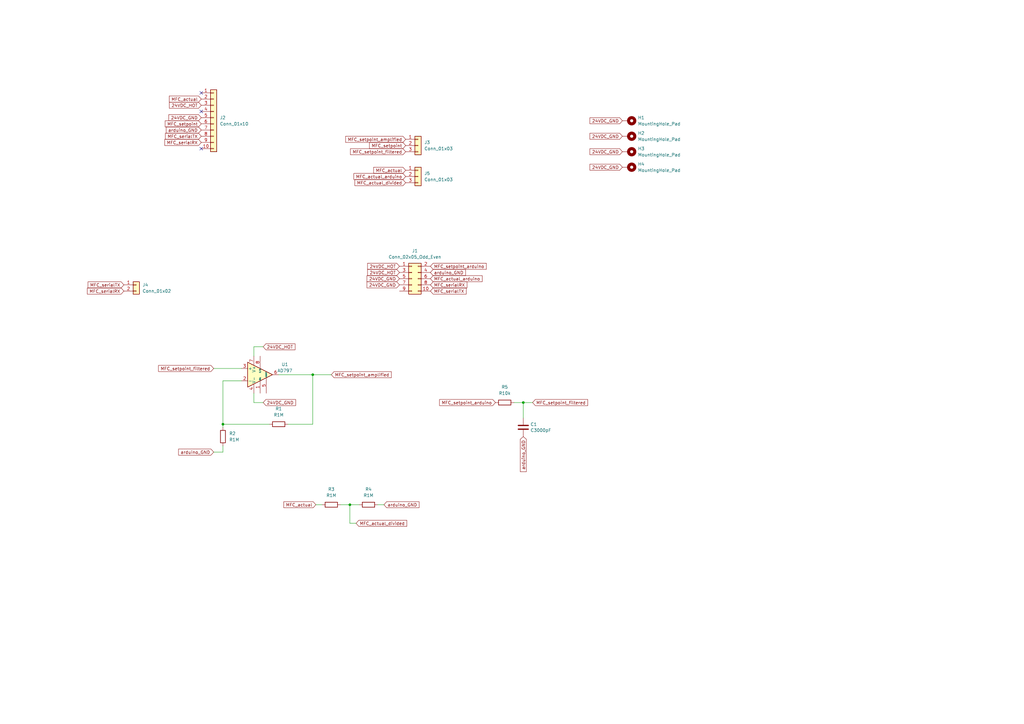
<source format=kicad_sch>
(kicad_sch (version 20230121) (generator eeschema)
  (paper "A3")
  (lib_symbols
    (symbol "Amplifier_Operational:AD797" (pin_names (offset 0.127))
      (property "Reference" "U" (at 1.27 6.35 0))
      (property "Value" "AD797" (at 1.27 3.81 0))
      (symbol "AD797_0_1"
        (polyline (pts (xy -5.08 5.08) (xy 5.08 0) (xy -5.08 -5.08) (xy -5.08 5.08)) (stroke (width 0.254)) (fill (type background)))
      )
      (symbol "AD797_1_1"
        (pin input line (at 0 -7.62 90) (length 5.08) (name "BAL") (number "1"))
        (pin input line (at -7.62 -2.54 0) (length 2.54) (name "-") (number "2"))
        (pin input line (at -7.62 2.54 0) (length 2.54) (name "+") (number "3"))
        (pin power_in line (at -2.54 -7.62 90) (length 3.81) (name "V-") (number "4"))
        (pin input line (at 2.54 -7.62 90) (length 6.35) (name "COMP") (number "5"))
        (pin output line (at 7.62 0 180) (length 2.54) (name "~") (number "6"))
        (pin power_in line (at -2.54 7.62 270) (length 3.81) (name "V+") (number "7"))
        (pin input line (at 0 7.62 270) (length 5.08) (name "C/B") (number "8"))
      )
    )
    (symbol "Connector_Generic:Conn_01x02" (pin_names (offset 1.016) hide)
      (property "Reference" "J" (at 0 2.54 0))
      (property "Value" "Conn_01x02" (at 0 -5.08 0))
      (symbol "Conn_01x02_1_1"
        (rectangle (start -1.27 -2.413) (end 0 -2.667) (stroke (width 0.1524)))
        (rectangle (start -1.27 0.127) (end 0 -0.127) (stroke (width 0.1524)))
        (rectangle (start -1.27 1.27) (end 1.27 -3.81) (stroke (width 0.254)) (fill (type background)))
        (pin passive line (at -5.08 0 0) (length 3.81) (name "Pin_1") (number "1"))
        (pin passive line (at -5.08 -2.54 0) (length 3.81) (name "Pin_2") (number "2"))
      )
    )
    (symbol "Connector_Generic:Conn_01x03" (pin_names (offset 1.016) hide)
      (property "Reference" "J" (at 0 5.08 0))
      (property "Value" "Conn_01x03" (at 0 -5.08 0))
      (symbol "Conn_01x03_1_1"
        (rectangle (start -1.27 -2.413) (end 0 -2.667) (stroke (width 0.1524)))
        (rectangle (start -1.27 0.127) (end 0 -0.127) (stroke (width 0.1524)))
        (rectangle (start -1.27 2.667) (end 0 2.413) (stroke (width 0.1524)))
        (rectangle (start -1.27 3.81) (end 1.27 -3.81) (stroke (width 0.254)) (fill (type background)))
        (pin passive line (at -5.08 2.54 0) (length 3.81) (name "Pin_1") (number "1"))
        (pin passive line (at -5.08 0 0) (length 3.81) (name "Pin_2") (number "2"))
        (pin passive line (at -5.08 -2.54 0) (length 3.81) (name "Pin_3") (number "3"))
      )
    )
    (symbol "Connector_Generic:Conn_01x10" (pin_names (offset 1.016) hide)
      (property "Reference" "J" (at 0 12.7 0))
      (property "Value" "Conn_01x10" (at 0 -15.24 0))
      (symbol "Conn_01x10_1_1"
        (rectangle (start -1.27 -12.573) (end 0 -12.827) (stroke (width 0.1524)))
        (rectangle (start -1.27 -10.033) (end 0 -10.287) (stroke (width 0.1524)))
        (rectangle (start -1.27 -7.493) (end 0 -7.747) (stroke (width 0.1524)))
        (rectangle (start -1.27 -4.953) (end 0 -5.207) (stroke (width 0.1524)))
        (rectangle (start -1.27 -2.413) (end 0 -2.667) (stroke (width 0.1524)))
        (rectangle (start -1.27 0.127) (end 0 -0.127) (stroke (width 0.1524)))
        (rectangle (start -1.27 2.667) (end 0 2.413) (stroke (width 0.1524)))
        (rectangle (start -1.27 5.207) (end 0 4.953) (stroke (width 0.1524)))
        (rectangle (start -1.27 7.747) (end 0 7.493) (stroke (width 0.1524)))
        (rectangle (start -1.27 10.287) (end 0 10.033) (stroke (width 0.1524)))
        (rectangle (start -1.27 11.43) (end 1.27 -13.97) (stroke (width 0.254)) (fill (type background)))
        (pin passive line (at -5.08 10.16 0) (length 3.81) (name "Pin_1") (number "1"))
        (pin passive line (at -5.08 -12.7 0) (length 3.81) (name "Pin_10") (number "10"))
        (pin passive line (at -5.08 7.62 0) (length 3.81) (name "Pin_2") (number "2"))
        (pin passive line (at -5.08 5.08 0) (length 3.81) (name "Pin_3") (number "3"))
        (pin passive line (at -5.08 2.54 0) (length 3.81) (name "Pin_4") (number "4"))
        (pin passive line (at -5.08 0 0) (length 3.81) (name "Pin_5") (number "5"))
        (pin passive line (at -5.08 -2.54 0) (length 3.81) (name "Pin_6") (number "6"))
        (pin passive line (at -5.08 -5.08 0) (length 3.81) (name "Pin_7") (number "7"))
        (pin passive line (at -5.08 -7.62 0) (length 3.81) (name "Pin_8") (number "8"))
        (pin passive line (at -5.08 -10.16 0) (length 3.81) (name "Pin_9") (number "9"))
      )
    )
    (symbol "Connector_Generic:Conn_02x05_Odd_Even" (pin_names (offset 1.016) hide)
      (property "Reference" "J" (at 1.27 7.62 0))
      (property "Value" "Conn_02x05_Odd_Even" (at 1.27 -7.62 0))
      (symbol "Conn_02x05_Odd_Even_1_1"
        (rectangle (start -1.27 -4.953) (end 0 -5.207) (stroke (width 0.1524)))
        (rectangle (start -1.27 -2.413) (end 0 -2.667) (stroke (width 0.1524)))
        (rectangle (start -1.27 0.127) (end 0 -0.127) (stroke (width 0.1524)))
        (rectangle (start -1.27 2.667) (end 0 2.413) (stroke (width 0.1524)))
        (rectangle (start -1.27 5.207) (end 0 4.953) (stroke (width 0.1524)))
        (rectangle (start -1.27 6.35) (end 3.81 -6.35) (stroke (width 0.254)) (fill (type background)))
        (rectangle (start 3.81 -4.953) (end 2.54 -5.207) (stroke (width 0.1524)))
        (rectangle (start 3.81 -2.413) (end 2.54 -2.667) (stroke (width 0.1524)))
        (rectangle (start 3.81 0.127) (end 2.54 -0.127) (stroke (width 0.1524)))
        (rectangle (start 3.81 2.667) (end 2.54 2.413) (stroke (width 0.1524)))
        (rectangle (start 3.81 5.207) (end 2.54 4.953) (stroke (width 0.1524)))
        (pin passive line (at -5.08 5.08 0) (length 3.81) (name "Pin_1") (number "1"))
        (pin passive line (at 7.62 -5.08 180) (length 3.81) (name "Pin_10") (number "10"))
        (pin passive line (at 7.62 5.08 180) (length 3.81) (name "Pin_2") (number "2"))
        (pin passive line (at -5.08 2.54 0) (length 3.81) (name "Pin_3") (number "3"))
        (pin passive line (at 7.62 2.54 180) (length 3.81) (name "Pin_4") (number "4"))
        (pin passive line (at -5.08 0 0) (length 3.81) (name "Pin_5") (number "5"))
        (pin passive line (at 7.62 0 180) (length 3.81) (name "Pin_6") (number "6"))
        (pin passive line (at -5.08 -2.54 0) (length 3.81) (name "Pin_7") (number "7"))
        (pin passive line (at 7.62 -2.54 180) (length 3.81) (name "Pin_8") (number "8"))
        (pin passive line (at -5.08 -5.08 0) (length 3.81) (name "Pin_9") (number "9"))
      )
    )
    (symbol "Device:C" (pin_numbers hide) (pin_names (offset 0.254))
      (property "Reference" "C" (at 0.635 2.54 0))
      (property "Value" "C" (at 0.635 -2.54 0))
      (symbol "C_0_1"
        (polyline (pts (xy -2.032 -0.762) (xy 2.032 -0.762)) (stroke (width 0.508)))
        (polyline (pts (xy -2.032 0.762) (xy 2.032 0.762)) (stroke (width 0.508)))
      )
      (symbol "C_1_1"
        (pin passive line (at 0 3.81 270) (length 2.794) (name "~") (number "1"))
        (pin passive line (at 0 -3.81 90) (length 2.794) (name "~") (number "2"))
      )
    )
    (symbol "Device:R" (pin_numbers hide) (pin_names (offset 0))
      (property "Reference" "R" (at 2.032 0 90))
      (property "Value" "R" (at 0 0 90))
      (symbol "R_0_1"
        (rectangle (start -1.016 -2.54) (end 1.016 2.54) (stroke (width 0.254)))
      )
      (symbol "R_1_1"
        (pin passive line (at 0 3.81 270) (length 1.27) (name "~") (number "1"))
        (pin passive line (at 0 -3.81 90) (length 1.27) (name "~") (number "2"))
      )
    )
    (symbol "Mechanical:MountingHole_Pad" (pin_numbers hide) (pin_names (offset 1.016) hide)
      (property "Reference" "H" (at 0 6.35 0))
      (property "Value" "MountingHole_Pad" (at 0 4.445 0))
      (symbol "MountingHole_Pad_0_1"
        (circle (center 0 1.27) (radius 1.27) (stroke (width 1.27)))
      )
      (symbol "MountingHole_Pad_1_1"
        (pin input line (at 0 -2.54 90) (length 2.54) (name "1") (number "1"))
      )
    )
  )
  (junction (at 128.27 153.67))
  (junction (at 91.44 173.99))
  (junction (at 143.51 207.01))
  (junction (at 214.63 165.1))
  (no_connect (at 82.55 60.96))
  (no_connect (at 82.55 45.72))
  (no_connect (at 82.55 38.1))
  (wire (pts (xy 154.94 207.01) (xy 157.48 207.01)))
  (wire (pts (xy 214.63 165.1) (xy 218.44 165.1)))
  (wire (pts (xy 91.44 173.99) (xy 91.44 156.21)))
  (wire (pts (xy 114.3 153.67) (xy 128.27 153.67)))
  (wire (pts (xy 87.63 185.42) (xy 91.44 185.42)))
  (wire (pts (xy 143.51 207.01) (xy 143.51 214.63)))
  (wire (pts (xy 91.44 173.99) (xy 91.44 175.26)))
  (wire (pts (xy 214.63 165.1) (xy 214.63 171.45)))
  (wire (pts (xy 104.14 161.29) (xy 104.14 165.1)))
  (wire (pts (xy 118.11 173.99) (xy 128.27 173.99)))
  (wire (pts (xy 143.51 207.01) (xy 147.32 207.01)))
  (wire (pts (xy 87.63 151.13) (xy 99.06 151.13)))
  (wire (pts (xy 210.82 165.1) (xy 214.63 165.1)))
  (wire (pts (xy 107.95 142.24) (xy 104.14 142.24)))
  (wire (pts (xy 91.44 182.88) (xy 91.44 185.42)))
  (wire (pts (xy 110.49 173.99) (xy 91.44 173.99)))
  (wire (pts (xy 129.54 207.01) (xy 132.08 207.01)))
  (wire (pts (xy 128.27 153.67) (xy 135.89 153.67)))
  (wire (pts (xy 91.44 156.21) (xy 99.06 156.21)))
  (wire (pts (xy 104.14 142.24) (xy 104.14 146.05)))
  (wire (pts (xy 104.14 165.1) (xy 107.95 165.1)))
  (wire (pts (xy 143.51 214.63) (xy 146.05 214.63)))
  (wire (pts (xy 128.27 153.67) (xy 128.27 173.99)))
  (wire (pts (xy 139.7 207.01) (xy 143.51 207.01)))
  (global_label "MFC_serialRX" (shape input) (at 176.53 116.84 0) (property "Intersheetrefs" "${INTERSHEET_REFS}" (effects hide)))
  (global_label "MFC_setpoint_arduino" (shape input) (at 176.53 109.22 0) (property "Intersheetrefs" "${INTERSHEET_REFS}" (effects hide)))
  (global_label "arduino_GND" (shape input) (at 82.55 53.34 180) (property "Intersheetrefs" "${INTERSHEET_REFS}" (effects hide)))
  (global_label "24VDC_GND" (shape input) (at 163.83 116.84 180) (property "Intersheetrefs" "${INTERSHEET_REFS}" (effects hide)))
  (global_label "MFC_actual_divided" (shape input) (at 146.05 214.63 0) (property "Intersheetrefs" "${INTERSHEET_REFS}" (effects hide)))
  (global_label "MFC_serialTX" (shape input) (at 176.53 119.38 0) (property "Intersheetrefs" "${INTERSHEET_REFS}" (effects hide)))
  (global_label "MFC_actual_arduino" (shape input) (at 166.37 72.39 180) (property "Intersheetrefs" "${INTERSHEET_REFS}" (effects hide)))
  (global_label "MFC_actual" (shape input) (at 166.37 69.85 180) (property "Intersheetrefs" "${INTERSHEET_REFS}" (effects hide)))
  (global_label "arduino_GND" (shape input) (at 176.53 111.76 0) (property "Intersheetrefs" "${INTERSHEET_REFS}" (effects hide)))
  (global_label "MFC_serialTX" (shape input) (at 50.8 116.84 180) (property "Intersheetrefs" "${INTERSHEET_REFS}" (effects hide)))
  (global_label "arduino_GND" (shape input) (at 214.63 179.07 270) (property "Intersheetrefs" "${INTERSHEET_REFS}" (effects hide)))
  (global_label "MFC_setpoint" (shape input) (at 82.55 50.8 180) (property "Intersheetrefs" "${INTERSHEET_REFS}" (effects hide)))
  (global_label "MFC_setpoint_filtered" (shape input) (at 166.37 62.23 180) (property "Intersheetrefs" "${INTERSHEET_REFS}" (effects hide)))
  (global_label "24VDC_GND" (shape input) (at 163.83 114.3 180) (property "Intersheetrefs" "${INTERSHEET_REFS}" (effects hide)))
  (global_label "24VDC_HOT" (shape input) (at 107.95 142.24 0) (property "Intersheetrefs" "${INTERSHEET_REFS}" (effects hide)))
  (global_label "MFC_setpoint_amplified" (shape input) (at 135.89 153.67 0) (property "Intersheetrefs" "${INTERSHEET_REFS}" (effects hide)))
  (global_label "24VDC_GND" (shape input) (at 107.95 165.1 0) (property "Intersheetrefs" "${INTERSHEET_REFS}" (effects hide)))
  (global_label "MFC_actual" (shape input) (at 129.54 207.01 180) (property "Intersheetrefs" "${INTERSHEET_REFS}" (effects hide)))
  (global_label "MFC_actual" (shape input) (at 82.55 40.64 180) (property "Intersheetrefs" "${INTERSHEET_REFS}" (effects hide)))
  (global_label "24VDC_HOT" (shape input) (at 82.55 43.18 180) (property "Intersheetrefs" "${INTERSHEET_REFS}" (effects hide)))
  (global_label "24VDC_GND" (shape input) (at 255.27 68.58 180) (property "Intersheetrefs" "${INTERSHEET_REFS}" (effects hide)))
  (global_label "MFC_serialRX" (shape input) (at 82.55 58.42 180) (property "Intersheetrefs" "${INTERSHEET_REFS}" (effects hide)))
  (global_label "MFC_serialRX" (shape input) (at 50.8 119.38 180) (property "Intersheetrefs" "${INTERSHEET_REFS}" (effects hide)))
  (global_label "24VDC_HOT" (shape input) (at 163.83 111.76 180) (property "Intersheetrefs" "${INTERSHEET_REFS}" (effects hide)))
  (global_label "arduino_GND" (shape input) (at 157.48 207.01 0) (property "Intersheetrefs" "${INTERSHEET_REFS}" (effects hide)))
  (global_label "24VDC_GND" (shape input) (at 255.27 62.23 180) (property "Intersheetrefs" "${INTERSHEET_REFS}" (effects hide)))
  (global_label "MFC_actual_arduino" (shape input) (at 176.53 114.3 0) (property "Intersheetrefs" "${INTERSHEET_REFS}" (effects hide)))
  (global_label "24VDC_HOT" (shape input) (at 163.83 109.22 180) (property "Intersheetrefs" "${INTERSHEET_REFS}" (effects hide)))
  (global_label "MFC_setpoint_amplified" (shape input) (at 166.37 57.15 180) (property "Intersheetrefs" "${INTERSHEET_REFS}" (effects hide)))
  (global_label "MFC_setpoint_filtered" (shape input) (at 87.63 151.13 180) (property "Intersheetrefs" "${INTERSHEET_REFS}" (effects hide)))
  (global_label "24VDC_GND" (shape input) (at 255.27 49.53 180) (property "Intersheetrefs" "${INTERSHEET_REFS}" (effects hide)))
  (global_label "MFC_setpoint_arduino" (shape input) (at 203.2 165.1 180) (property "Intersheetrefs" "${INTERSHEET_REFS}" (effects hide)))
  (global_label "MFC_setpoint_filtered" (shape input) (at 218.44 165.1 0) (property "Intersheetrefs" "${INTERSHEET_REFS}" (effects hide)))
  (global_label "MFC_actual_divided" (shape input) (at 166.37 74.93 180) (property "Intersheetrefs" "${INTERSHEET_REFS}" (effects hide)))
  (global_label "24VDC_GND" (shape input) (at 255.27 55.88 180) (property "Intersheetrefs" "${INTERSHEET_REFS}" (effects hide)))
  (global_label "MFC_serialTX" (shape input) (at 82.55 55.88 180) (property "Intersheetrefs" "${INTERSHEET_REFS}" (effects hide)))
  (global_label "arduino_GND" (shape input) (at 87.63 185.42 180) (property "Intersheetrefs" "${INTERSHEET_REFS}" (effects hide)))
  (global_label "24VDC_GND" (shape input) (at 82.55 48.26 180) (property "Intersheetrefs" "${INTERSHEET_REFS}" (effects hide)))
  (global_label "MFC_setpoint" (shape input) (at 166.37 59.69 180) (property "Intersheetrefs" "${INTERSHEET_REFS}" (effects hide)))
  (symbol (lib_id "Device:R") (at 151.13 207.01 90) (unit 1)
    (property "Reference" "R4" (at 151.13 200.66 90))
    (property "Value" "R1M" (at 151.13 203.2 90))
    (property "Footprint" "Resistor_SMD:R_2010_5025Metric_Pad1.40x2.65mm_HandSolder" (effects hide))
  )
  (symbol (lib_id "Amplifier_Operational:AD797") (at 106.68 153.67 0) (unit 1)
    (property "Reference" "U1" (at 116.84 149.4791 0))
    (property "Value" "AD797" (at 116.84 152.0191 0))
    (property "Footprint" "Package_DIP:DIP-8_W7.62mm" (effects hide))
    (property "Datasheet" "https://www.analog.com/media/en/technical-documentation/data-sheets/AD797.pdf" (effects hide))
  )
  (symbol (lib_id "Connector_Generic:Conn_01x10") (at 87.63 48.26 0) (unit 1)
    (property "Reference" "J2" (at 90.17 48.26 0) (effects (justify left)))
    (property "Value" "Conn_01x10" (at 90.17 50.8 0) (effects (justify left)))
    (property "Footprint" "customFootprints:multicomp_screwTerminal_10Way_MP008518" (effects hide))
  )
  (symbol (lib_id "Mechanical:MountingHole_Pad") (at 257.81 49.53 270) (unit 1)
    (property "Reference" "H1" (at 261.62 48.26 90) (effects (justify left)))
    (property "Value" "MountingHole_Pad" (at 261.62 50.8 90) (effects (justify left)))
    (property "Footprint" "MountingHole:MountingHole_3.2mm_M3_Pad_Via" (effects hide))
  )
  (symbol (lib_id "Device:R") (at 135.89 207.01 90) (unit 1)
    (property "Reference" "R3" (at 135.89 200.66 90))
    (property "Value" "R1M" (at 135.89 203.2 90))
    (property "Footprint" "Resistor_SMD:R_2010_5025Metric_Pad1.40x2.65mm_HandSolder" (effects hide))
  )
  (symbol (lib_id "Mechanical:MountingHole_Pad") (at 257.81 68.58 270) (unit 1)
    (property "Reference" "H4" (at 261.62 67.31 90) (effects (justify left)))
    (property "Value" "MountingHole_Pad" (at 261.62 69.85 90) (effects (justify left)))
    (property "Footprint" "MountingHole:MountingHole_3.2mm_M3_Pad_Via" (effects hide))
  )
  (symbol (lib_id "Connector_Generic:Conn_01x02") (at 55.88 116.84 0) (unit 1)
    (property "Reference" "J4" (at 58.42 116.84 0) (effects (justify left)))
    (property "Value" "Conn_01x02" (at 58.42 119.38 0) (effects (justify left)))
    (property "Footprint" "customFootprints:multicomp_screwTerminal_2Way_MP008513" (effects hide))
  )
  (symbol (lib_id "Mechanical:MountingHole_Pad") (at 257.81 55.88 270) (unit 1)
    (property "Reference" "H2" (at 261.62 54.61 90) (effects (justify left)))
    (property "Value" "MountingHole_Pad" (at 261.62 57.15 90) (effects (justify left)))
    (property "Footprint" "MountingHole:MountingHole_3.2mm_M3_Pad_Via" (effects hide))
  )
  (symbol (lib_id "Connector_Generic:Conn_02x05_Odd_Even") (at 168.91 114.3 0) (unit 1)
    (property "Reference" "J1" (at 170.18 102.87 0))
    (property "Value" "Conn_02x05_Odd_Even" (at 170.18 105.41 0))
    (property "Footprint" "Connector_PinHeader_2.54mm:PinHeader_2x05_P2.54mm_Vertical" (effects hide))
  )
  (symbol (lib_id "Mechanical:MountingHole_Pad") (at 257.81 62.23 270) (unit 1)
    (property "Reference" "H3" (at 261.62 60.96 90) (effects (justify left)))
    (property "Value" "MountingHole_Pad" (at 261.62 63.5 90) (effects (justify left)))
    (property "Footprint" "MountingHole:MountingHole_3.2mm_M3_Pad_Via" (effects hide))
  )
  (symbol (lib_id "Device:C") (at 214.63 175.26 0) (unit 1)
    (property "Reference" "C1" (at 217.551 174.0479 0) (effects (justify left)))
    (property "Value" "C3000pF" (at 217.551 176.4721 0) (effects (justify left)))
    (property "Footprint" "Capacitor_SMD:C_0805_2012Metric_Pad1.18x1.45mm_HandSolder" (effects hide))
  )
  (symbol (lib_id "Connector_Generic:Conn_01x03") (at 171.45 59.69 0) (unit 1)
    (property "Reference" "J3" (at 173.99 58.42 0) (effects (justify left)))
    (property "Value" "Conn_01x03" (at 173.99 60.96 0) (effects (justify left)))
    (property "Footprint" "Connector_PinHeader_2.54mm:PinHeader_1x03_P2.54mm_Vertical" (effects hide))
  )
  (symbol (lib_id "Device:R") (at 114.3 173.99 90) (unit 1)
    (property "Reference" "R1" (at 114.3 167.64 90))
    (property "Value" "R1M" (at 114.3 170.18 90))
    (property "Footprint" "Resistor_SMD:R_2010_5025Metric_Pad1.40x2.65mm_HandSolder" (effects hide))
  )
  (symbol (lib_id "Device:R") (at 91.44 179.07 0) (unit 1)
    (property "Reference" "R2" (at 93.98 177.8 0) (effects (justify left)))
    (property "Value" "R1M" (at 93.98 180.34 0) (effects (justify left)))
    (property "Footprint" "Resistor_SMD:R_2010_5025Metric_Pad1.40x2.65mm_HandSolder" (effects hide))
  )
  (symbol (lib_id "Connector_Generic:Conn_01x03") (at 171.45 72.39 0) (unit 1)
    (property "Reference" "J5" (at 173.99 71.12 0) (effects (justify left)))
    (property "Value" "Conn_01x03" (at 173.99 73.66 0) (effects (justify left)))
    (property "Footprint" "Connector_PinHeader_2.54mm:PinHeader_1x03_P2.54mm_Vertical" (effects hide))
  )
  (symbol (lib_id "Device:R") (at 207.01 165.1 90) (unit 1)
    (property "Reference" "R5" (at 207.01 158.75 90))
    (property "Value" "R10k" (at 207.01 161.29 90))
    (property "Footprint" "Resistor_SMD:R_2010_5025Metric_Pad1.40x2.65mm_HandSolder" (effects hide))
  )
)
</source>
